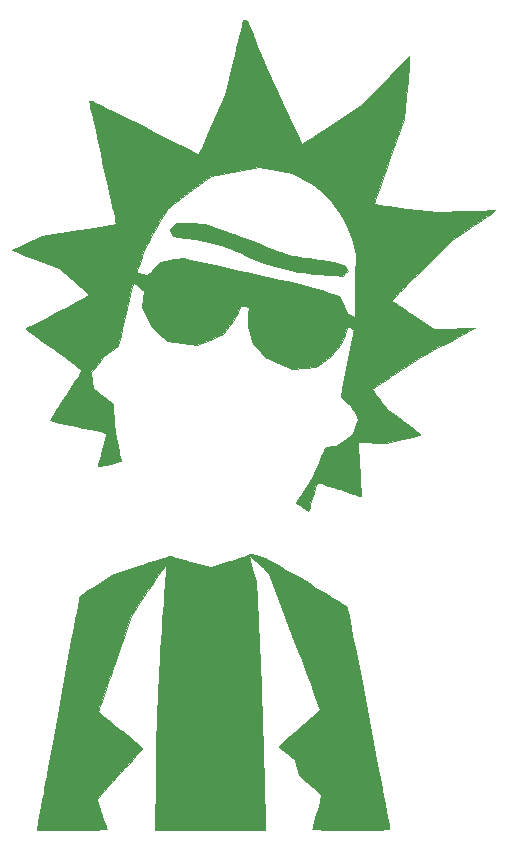
<source format=gbr>
G04 #@! TF.GenerationSoftware,KiCad,Pcbnew,(5.1.2-1)-1*
G04 #@! TF.CreationDate,2020-05-31T10:51:49-05:00*
G04 #@! TF.ProjectId,therick48_bottom_plate,74686572-6963-46b3-9438-5f626f74746f,rev?*
G04 #@! TF.SameCoordinates,Original*
G04 #@! TF.FileFunction,Legend,Bot*
G04 #@! TF.FilePolarity,Positive*
%FSLAX46Y46*%
G04 Gerber Fmt 4.6, Leading zero omitted, Abs format (unit mm)*
G04 Created by KiCad (PCBNEW (5.1.2-1)-1) date 2020-05-31 10:51:49*
%MOMM*%
%LPD*%
G04 APERTURE LIST*
%ADD10C,0.010000*%
G04 APERTURE END LIST*
D10*
G36*
X230590902Y-59767999D02*
G01*
X230312778Y-60040957D01*
X230426787Y-60331200D01*
X230476739Y-60451213D01*
X230531360Y-60542017D01*
X230609011Y-60610158D01*
X230728048Y-60662180D01*
X230906831Y-60704631D01*
X231163717Y-60744054D01*
X231517065Y-60786997D01*
X231792899Y-60818289D01*
X232490353Y-60916504D01*
X233217939Y-61054476D01*
X233950465Y-61225133D01*
X234662737Y-61421404D01*
X235329562Y-61636217D01*
X235925749Y-61862500D01*
X236426104Y-62093183D01*
X236526750Y-62147097D01*
X237203908Y-62480250D01*
X237997630Y-62796028D01*
X238898275Y-63091225D01*
X239896198Y-63362636D01*
X240813000Y-63572088D01*
X241184550Y-63644150D01*
X241574258Y-63706525D01*
X242001074Y-63761192D01*
X242483949Y-63810131D01*
X243041831Y-63855320D01*
X243693671Y-63898737D01*
X244250141Y-63931026D01*
X244956782Y-63970076D01*
X245182799Y-63771631D01*
X245408816Y-63573185D01*
X245276501Y-63348929D01*
X245215096Y-63250169D01*
X245150937Y-63174301D01*
X245063436Y-63111828D01*
X244932008Y-63053252D01*
X244736064Y-62989077D01*
X244455018Y-62909806D01*
X244142357Y-62825738D01*
X243665137Y-62715588D01*
X243104647Y-62619264D01*
X242442624Y-62533800D01*
X242157155Y-62503198D01*
X241676792Y-62451503D01*
X241290924Y-62402362D01*
X240967331Y-62349852D01*
X240673790Y-62288052D01*
X240378080Y-62211042D01*
X240069588Y-62119566D01*
X239695451Y-61997460D01*
X239300895Y-61857269D01*
X238934610Y-61716900D01*
X238661933Y-61601856D01*
X238471147Y-61520412D01*
X238178186Y-61401950D01*
X237800149Y-61253082D01*
X237354131Y-61080421D01*
X236857230Y-60890579D01*
X236326543Y-60690167D01*
X235779166Y-60485797D01*
X235705058Y-60458315D01*
X233327616Y-59577382D01*
X232098321Y-59536212D01*
X230869025Y-59495042D01*
X230590902Y-59767999D01*
X230590902Y-59767999D01*
G37*
X230590902Y-59767999D02*
X230312778Y-60040957D01*
X230426787Y-60331200D01*
X230476739Y-60451213D01*
X230531360Y-60542017D01*
X230609011Y-60610158D01*
X230728048Y-60662180D01*
X230906831Y-60704631D01*
X231163717Y-60744054D01*
X231517065Y-60786997D01*
X231792899Y-60818289D01*
X232490353Y-60916504D01*
X233217939Y-61054476D01*
X233950465Y-61225133D01*
X234662737Y-61421404D01*
X235329562Y-61636217D01*
X235925749Y-61862500D01*
X236426104Y-62093183D01*
X236526750Y-62147097D01*
X237203908Y-62480250D01*
X237997630Y-62796028D01*
X238898275Y-63091225D01*
X239896198Y-63362636D01*
X240813000Y-63572088D01*
X241184550Y-63644150D01*
X241574258Y-63706525D01*
X242001074Y-63761192D01*
X242483949Y-63810131D01*
X243041831Y-63855320D01*
X243693671Y-63898737D01*
X244250141Y-63931026D01*
X244956782Y-63970076D01*
X245182799Y-63771631D01*
X245408816Y-63573185D01*
X245276501Y-63348929D01*
X245215096Y-63250169D01*
X245150937Y-63174301D01*
X245063436Y-63111828D01*
X244932008Y-63053252D01*
X244736064Y-62989077D01*
X244455018Y-62909806D01*
X244142357Y-62825738D01*
X243665137Y-62715588D01*
X243104647Y-62619264D01*
X242442624Y-62533800D01*
X242157155Y-62503198D01*
X241676792Y-62451503D01*
X241290924Y-62402362D01*
X240967331Y-62349852D01*
X240673790Y-62288052D01*
X240378080Y-62211042D01*
X240069588Y-62119566D01*
X239695451Y-61997460D01*
X239300895Y-61857269D01*
X238934610Y-61716900D01*
X238661933Y-61601856D01*
X238471147Y-61520412D01*
X238178186Y-61401950D01*
X237800149Y-61253082D01*
X237354131Y-61080421D01*
X236857230Y-60890579D01*
X236326543Y-60690167D01*
X235779166Y-60485797D01*
X235705058Y-60458315D01*
X233327616Y-59577382D01*
X232098321Y-59536212D01*
X230869025Y-59495042D01*
X230590902Y-59767999D01*
G36*
X236562403Y-42319071D02*
G01*
X236526750Y-42340967D01*
X236512217Y-42407509D01*
X236470495Y-42585700D01*
X236404407Y-42863784D01*
X236316774Y-43230008D01*
X236210416Y-43672617D01*
X236088154Y-44179855D01*
X235952809Y-44739967D01*
X235807202Y-45341200D01*
X235765897Y-45511522D01*
X235005043Y-48647983D01*
X233908522Y-51160383D01*
X233641668Y-51767344D01*
X233401580Y-52304449D01*
X233191888Y-52763983D01*
X233016221Y-53138228D01*
X232878209Y-53419468D01*
X232781483Y-53599989D01*
X232729672Y-53672074D01*
X232726415Y-53673078D01*
X232657708Y-53645112D01*
X232484361Y-53563967D01*
X232214997Y-53433921D01*
X231858237Y-53259248D01*
X231422704Y-53044224D01*
X230917020Y-52793124D01*
X230349806Y-52510223D01*
X229729685Y-52199796D01*
X229065279Y-51866119D01*
X228365210Y-51513468D01*
X228040563Y-51349582D01*
X227201346Y-50926002D01*
X226468426Y-50556936D01*
X225834994Y-50239139D01*
X225294240Y-49969369D01*
X224839355Y-49744381D01*
X224463529Y-49560930D01*
X224159954Y-49415774D01*
X223921820Y-49305667D01*
X223742318Y-49227367D01*
X223614639Y-49177628D01*
X223531973Y-49153207D01*
X223487510Y-49150860D01*
X223474443Y-49167343D01*
X223475439Y-49174707D01*
X223521777Y-49375365D01*
X223589659Y-49675388D01*
X223676674Y-50063775D01*
X223780412Y-50529523D01*
X223898461Y-51061630D01*
X224028410Y-51649094D01*
X224167847Y-52280913D01*
X224314361Y-52946085D01*
X224465541Y-53633607D01*
X224618975Y-54332478D01*
X224772253Y-55031696D01*
X224922964Y-55720258D01*
X225068695Y-56387163D01*
X225207035Y-57021408D01*
X225335575Y-57611991D01*
X225451901Y-58147910D01*
X225553603Y-58618163D01*
X225638270Y-59011748D01*
X225703490Y-59317662D01*
X225746852Y-59524904D01*
X225765945Y-59622472D01*
X225766574Y-59628717D01*
X225701916Y-59642416D01*
X225523876Y-59674248D01*
X225244468Y-59722206D01*
X224875703Y-59784283D01*
X224429593Y-59858473D01*
X223918150Y-59942770D01*
X223353387Y-60035166D01*
X222747315Y-60133655D01*
X222633569Y-60152069D01*
X219520220Y-60655764D01*
X218244485Y-61211343D01*
X217872830Y-61374645D01*
X217543826Y-61521975D01*
X217274173Y-61645626D01*
X217080568Y-61737892D01*
X216979712Y-61791064D01*
X216969017Y-61800024D01*
X217026225Y-61829599D01*
X217188505Y-61898359D01*
X217442041Y-62000831D01*
X217773014Y-62131541D01*
X218167607Y-62285018D01*
X218612003Y-62455789D01*
X218942093Y-62581467D01*
X220914902Y-63329810D01*
X222212076Y-64444389D01*
X222554858Y-64740467D01*
X222863662Y-65010164D01*
X223125995Y-65242328D01*
X223329364Y-65425807D01*
X223461274Y-65549448D01*
X223509233Y-65602100D01*
X223509250Y-65602338D01*
X223455161Y-65642126D01*
X223302211Y-65732770D01*
X223064377Y-65866849D01*
X222755636Y-66036939D01*
X222389966Y-66235616D01*
X221981343Y-66455458D01*
X221543743Y-66689040D01*
X221091145Y-66928941D01*
X220637525Y-67167735D01*
X220196861Y-67398001D01*
X219783128Y-67612315D01*
X219410304Y-67803253D01*
X219092367Y-67963392D01*
X218843292Y-68085309D01*
X218762625Y-68123309D01*
X218503497Y-68247193D01*
X218293308Y-68355217D01*
X218155226Y-68434962D01*
X218111750Y-68472149D01*
X218161836Y-68517613D01*
X218305276Y-68629059D01*
X218531844Y-68798982D01*
X218831316Y-69019879D01*
X219193465Y-69284243D01*
X219608067Y-69584572D01*
X220064896Y-69913360D01*
X220493000Y-70219765D01*
X220978686Y-70567950D01*
X221431074Y-70895064D01*
X221839927Y-71193502D01*
X222195008Y-71455659D01*
X222486081Y-71673933D01*
X222702910Y-71840719D01*
X222835256Y-71948414D01*
X222873710Y-71988196D01*
X222839786Y-72054786D01*
X222743294Y-72215404D01*
X222591783Y-72458191D01*
X222392802Y-72771284D01*
X222153902Y-73142825D01*
X221882630Y-73560951D01*
X221586538Y-74013803D01*
X221516541Y-74120375D01*
X221217012Y-74577338D01*
X220941403Y-75000337D01*
X220697102Y-75377844D01*
X220491494Y-75698329D01*
X220331967Y-75950265D01*
X220225907Y-76122123D01*
X220180700Y-76202376D01*
X220179741Y-76206743D01*
X220244030Y-76225206D01*
X220418691Y-76268074D01*
X220690121Y-76332195D01*
X221044717Y-76414419D01*
X221468876Y-76511595D01*
X221948996Y-76620573D01*
X222471474Y-76738202D01*
X222558928Y-76757802D01*
X223087090Y-76876537D01*
X223575197Y-76987113D01*
X224009628Y-77086379D01*
X224376762Y-77171188D01*
X224662977Y-77238387D01*
X224854652Y-77284828D01*
X224938165Y-77307361D01*
X224940584Y-77308541D01*
X224931237Y-77373523D01*
X224892802Y-77543454D01*
X224829646Y-77800770D01*
X224746134Y-78127905D01*
X224646631Y-78507294D01*
X224588750Y-78724125D01*
X224482170Y-79123490D01*
X224388494Y-79479219D01*
X224312205Y-79773902D01*
X224257783Y-79990131D01*
X224229708Y-80110496D01*
X224227059Y-80129487D01*
X224290135Y-80120685D01*
X224450742Y-80087192D01*
X224683207Y-80035123D01*
X224961853Y-79970596D01*
X225261006Y-79899728D01*
X225554992Y-79828636D01*
X225818135Y-79763437D01*
X226024761Y-79710248D01*
X226149196Y-79675186D01*
X226173382Y-79665773D01*
X226172589Y-79595674D01*
X226132646Y-79457910D01*
X226124545Y-79436076D01*
X226092192Y-79316731D01*
X226043533Y-79092388D01*
X225982512Y-78783423D01*
X225913074Y-78410214D01*
X225839163Y-77993136D01*
X225794038Y-77728691D01*
X225699126Y-77143683D01*
X225629002Y-76660271D01*
X225581097Y-76256032D01*
X225552844Y-75908543D01*
X225541675Y-75595381D01*
X225541250Y-75521248D01*
X225541250Y-74817237D01*
X224684000Y-74181571D01*
X224400844Y-73970521D01*
X224157127Y-73786801D01*
X223969569Y-73643180D01*
X223854886Y-73552430D01*
X223826750Y-73526693D01*
X223818473Y-73459923D01*
X223796059Y-73293971D01*
X223763135Y-73055405D01*
X223731288Y-72827425D01*
X223635825Y-72147369D01*
X224212800Y-71418668D01*
X224457579Y-71115078D01*
X224653769Y-70889469D01*
X224827480Y-70717114D01*
X225004823Y-70573285D01*
X225211908Y-70433254D01*
X225332350Y-70358409D01*
X225569486Y-70204381D01*
X225766170Y-70059661D01*
X225895590Y-69944877D01*
X225929894Y-69898738D01*
X225959669Y-69801366D01*
X226012547Y-69599769D01*
X226083682Y-69313611D01*
X226168228Y-68962552D01*
X226261337Y-68566255D01*
X226305836Y-68373625D01*
X226448539Y-67757506D01*
X226588907Y-67160827D01*
X226723799Y-66596235D01*
X226850075Y-66076379D01*
X226964594Y-65613908D01*
X227064216Y-65221471D01*
X227145800Y-64911715D01*
X227206204Y-64697289D01*
X227242289Y-64590842D01*
X227247178Y-64582545D01*
X227309092Y-64601667D01*
X227439679Y-64690899D01*
X227615194Y-64833244D01*
X227693726Y-64902202D01*
X228099693Y-65266438D01*
X228041658Y-65949528D01*
X227983624Y-66632619D01*
X228360845Y-67456942D01*
X228738066Y-68281266D01*
X230081500Y-69528776D01*
X231370744Y-69684425D01*
X232659987Y-69840074D01*
X233734687Y-69392599D01*
X234809386Y-68945125D01*
X235344229Y-68249833D01*
X235675988Y-67792010D01*
X235922025Y-67389474D01*
X236086837Y-67043333D01*
X236182105Y-66810999D01*
X236258653Y-66628193D01*
X236304533Y-66523285D01*
X236311673Y-66509419D01*
X236377122Y-66511096D01*
X236527055Y-66539692D01*
X236655880Y-66570557D01*
X236983016Y-66654399D01*
X236935232Y-67291762D01*
X236913221Y-67581561D01*
X236900385Y-67796309D01*
X236900524Y-67967649D01*
X236917443Y-68127225D01*
X236954942Y-68306680D01*
X237016824Y-68537656D01*
X237106891Y-68851797D01*
X237134034Y-68946259D01*
X237370431Y-69770625D01*
X237866359Y-70313248D01*
X238362286Y-70855871D01*
X239492393Y-71366307D01*
X240622500Y-71876744D01*
X241638500Y-71805023D01*
X242654500Y-71733303D01*
X243321250Y-71274340D01*
X243628882Y-71056049D01*
X243863988Y-70868055D01*
X244062929Y-70675473D01*
X244262068Y-70443423D01*
X244474568Y-70167938D01*
X244706893Y-69848021D01*
X244876852Y-69582419D01*
X245006751Y-69330788D01*
X245118896Y-69052788D01*
X245167139Y-68915312D01*
X245255426Y-68658797D01*
X245328645Y-68451379D01*
X245377265Y-68319761D01*
X245391323Y-68287289D01*
X245454042Y-68297497D01*
X245591206Y-68349826D01*
X245664722Y-68382539D01*
X245838251Y-68486459D01*
X245897054Y-68581672D01*
X245895101Y-68595875D01*
X245860245Y-68745135D01*
X245805841Y-68997227D01*
X245736295Y-69330260D01*
X245656011Y-69722345D01*
X245569396Y-70151592D01*
X245480854Y-70596111D01*
X245394792Y-71034014D01*
X245315615Y-71443410D01*
X245247728Y-71802410D01*
X245225241Y-71924161D01*
X245148932Y-72335894D01*
X245069070Y-72758197D01*
X244993078Y-73152371D01*
X244928379Y-73479715D01*
X244902444Y-73606911D01*
X244776298Y-74215625D01*
X245311012Y-74723625D01*
X245556517Y-74963166D01*
X245729689Y-75153229D01*
X245854772Y-75326808D01*
X245956013Y-75516893D01*
X246042750Y-75719350D01*
X246239773Y-76207075D01*
X246027314Y-76798850D01*
X245814854Y-77390625D01*
X245147202Y-77878306D01*
X244868844Y-78079448D01*
X244662605Y-78218570D01*
X244498951Y-78309786D01*
X244348349Y-78367207D01*
X244181264Y-78404945D01*
X243981641Y-78435241D01*
X243742516Y-78473340D01*
X243555028Y-78512252D01*
X243452468Y-78544818D01*
X243444261Y-78550809D01*
X243407724Y-78626088D01*
X243338886Y-78794723D01*
X243248150Y-79030463D01*
X243161625Y-79263875D01*
X242947555Y-79804560D01*
X242689657Y-80381210D01*
X242403229Y-80964406D01*
X242103571Y-81524728D01*
X241805981Y-82032759D01*
X241525761Y-82459079D01*
X241436487Y-82581078D01*
X241257163Y-82821179D01*
X241112259Y-83021556D01*
X241015661Y-83162530D01*
X240981257Y-83224423D01*
X240981744Y-83225486D01*
X241041472Y-83263559D01*
X241184441Y-83353605D01*
X241386219Y-83480255D01*
X241526206Y-83567957D01*
X242048911Y-83895220D01*
X242154533Y-83532172D01*
X242213061Y-83329679D01*
X242295596Y-83042393D01*
X242391422Y-82707684D01*
X242489825Y-82362920D01*
X242495323Y-82343625D01*
X242607835Y-81971448D01*
X242703589Y-81701735D01*
X242779496Y-81542456D01*
X242822000Y-81500168D01*
X242903438Y-81515318D01*
X243089129Y-81566911D01*
X243363259Y-81650007D01*
X243710012Y-81759670D01*
X244113573Y-81890961D01*
X244558126Y-82038943D01*
X244688367Y-82082890D01*
X245137430Y-82234055D01*
X245545982Y-82370019D01*
X245899010Y-82485911D01*
X246181503Y-82576860D01*
X246378449Y-82637996D01*
X246474835Y-82664446D01*
X246481936Y-82664856D01*
X246483199Y-82599617D01*
X246477964Y-82425436D01*
X246467160Y-82160153D01*
X246451713Y-81821608D01*
X246432552Y-81427642D01*
X246410603Y-80996095D01*
X246386795Y-80544807D01*
X246362056Y-80091620D01*
X246337312Y-79654372D01*
X246313491Y-79250905D01*
X246291522Y-78899059D01*
X246272331Y-78616674D01*
X246269316Y-78575573D01*
X246229904Y-78046021D01*
X248623500Y-78133707D01*
X250052250Y-77801949D01*
X250461745Y-77705404D01*
X250829907Y-77615822D01*
X251138634Y-77537837D01*
X251369821Y-77476079D01*
X251505363Y-77435183D01*
X251532716Y-77423142D01*
X251499627Y-77373576D01*
X251377354Y-77262454D01*
X251180410Y-77101543D01*
X250923306Y-76902612D01*
X250620553Y-76677429D01*
X250548466Y-76624957D01*
X250049457Y-76262905D01*
X249640675Y-75964505D01*
X249309606Y-75718752D01*
X249043739Y-75514642D01*
X248830560Y-75341171D01*
X248657556Y-75187334D01*
X248512214Y-75042126D01*
X248382021Y-74894544D01*
X248254465Y-74733583D01*
X248117032Y-74548238D01*
X247994156Y-74378595D01*
X247801030Y-74105819D01*
X247639954Y-73867548D01*
X247523491Y-73683235D01*
X247464205Y-73572331D01*
X247459669Y-73551087D01*
X247515891Y-73505879D01*
X247668717Y-73399731D01*
X247907456Y-73239654D01*
X248221418Y-73032660D01*
X248599914Y-72785760D01*
X249032254Y-72505965D01*
X249507749Y-72200286D01*
X249957000Y-71913145D01*
X250617925Y-71493567D01*
X251192756Y-71133040D01*
X251701059Y-70820148D01*
X252162397Y-70543477D01*
X252596337Y-70291610D01*
X253022442Y-70053133D01*
X253460276Y-69816631D01*
X253929405Y-69570687D01*
X254286683Y-69386902D01*
X254730755Y-69158902D01*
X255135386Y-68949351D01*
X255487524Y-68765150D01*
X255774118Y-68613200D01*
X255982117Y-68500401D01*
X256098471Y-68433654D01*
X256118747Y-68418204D01*
X256052300Y-68415090D01*
X255875557Y-68416984D01*
X255605101Y-68423426D01*
X255257518Y-68433959D01*
X254849393Y-68448126D01*
X254397311Y-68465470D01*
X254378600Y-68466221D01*
X252659572Y-68535357D01*
X250879661Y-67315920D01*
X250459200Y-67026705D01*
X250074150Y-66759632D01*
X249736587Y-66523246D01*
X249458584Y-66326098D01*
X249252216Y-66176733D01*
X249129558Y-66083701D01*
X249099750Y-66055883D01*
X249143571Y-66004928D01*
X249269675Y-65872791D01*
X249470026Y-65667574D01*
X249736587Y-65397375D01*
X250061322Y-65070295D01*
X250436193Y-64694435D01*
X250853165Y-64277895D01*
X251304200Y-63828775D01*
X251655686Y-63479703D01*
X252995434Y-62150625D01*
X246068722Y-62150625D01*
X246015422Y-64182625D01*
X246002269Y-64714821D01*
X245990819Y-65238271D01*
X245981449Y-65730824D01*
X245974532Y-66170325D01*
X245970444Y-66534624D01*
X245969558Y-66801567D01*
X245970045Y-66865500D01*
X245971030Y-67135640D01*
X245967434Y-67351019D01*
X245959967Y-67485091D01*
X245952592Y-67516375D01*
X245890112Y-67484848D01*
X245752488Y-67402681D01*
X245591586Y-67301674D01*
X245444298Y-67202099D01*
X245332768Y-67105024D01*
X245238256Y-66983970D01*
X245142021Y-66812460D01*
X245025326Y-66564014D01*
X244950308Y-66395560D01*
X244644661Y-65704147D01*
X243776581Y-65406195D01*
X243174167Y-65212597D01*
X242454074Y-65004431D01*
X241624529Y-64783745D01*
X240693760Y-64552587D01*
X239669997Y-64313006D01*
X238561466Y-64067051D01*
X237473523Y-63836841D01*
X236841191Y-63704086D01*
X236167807Y-63559448D01*
X235482502Y-63409404D01*
X234814407Y-63260431D01*
X234192654Y-63119005D01*
X233646374Y-62991603D01*
X233331208Y-62915877D01*
X232872689Y-62806097D01*
X232443650Y-62707533D01*
X232062757Y-62624146D01*
X231748675Y-62559900D01*
X231520068Y-62518757D01*
X231395602Y-62504680D01*
X231394458Y-62504699D01*
X231243657Y-62516839D01*
X231000003Y-62546519D01*
X230695746Y-62589430D01*
X230363141Y-62641266D01*
X230324720Y-62647574D01*
X229488440Y-62785625D01*
X228999217Y-63341250D01*
X228798299Y-63560543D01*
X228619866Y-63739022D01*
X228484164Y-63857461D01*
X228414069Y-63896875D01*
X228279021Y-63885135D01*
X228088043Y-63855080D01*
X227878441Y-63814455D01*
X227687518Y-63771006D01*
X227552579Y-63732478D01*
X227509750Y-63709110D01*
X227528957Y-63638955D01*
X227582167Y-63468980D01*
X227662766Y-63219693D01*
X227764140Y-62911605D01*
X227852933Y-62645003D01*
X227963912Y-62320497D01*
X228067768Y-62037520D01*
X228175008Y-61773875D01*
X228296140Y-61507365D01*
X228441673Y-61215794D01*
X228622115Y-60876965D01*
X228847973Y-60468680D01*
X229069389Y-60075417D01*
X229302732Y-59664136D01*
X229521129Y-59281764D01*
X229715236Y-58944461D01*
X229875710Y-58668385D01*
X229993207Y-58469694D01*
X230058382Y-58364547D01*
X230060483Y-58361482D01*
X230138559Y-58285191D01*
X230307279Y-58144931D01*
X230553899Y-57950483D01*
X230865674Y-57711634D01*
X231229860Y-57438167D01*
X231633712Y-57139866D01*
X231985457Y-56883644D01*
X233792611Y-55575450D01*
X237857707Y-54812624D01*
X239271854Y-55063985D01*
X240686000Y-55315345D01*
X241580454Y-55780235D01*
X242118897Y-56081270D01*
X242600616Y-56400491D01*
X243051937Y-56759546D01*
X243499185Y-57180079D01*
X243968688Y-57683737D01*
X244153859Y-57896125D01*
X244666610Y-58557436D01*
X245089834Y-59250467D01*
X245436826Y-60001328D01*
X245720881Y-60836126D01*
X245803113Y-61134625D01*
X246068722Y-62150625D01*
X252995434Y-62150625D01*
X254211621Y-60944125D01*
X256037985Y-59711966D01*
X256463788Y-59423547D01*
X256852992Y-59157698D01*
X257193808Y-58922646D01*
X257474444Y-58726617D01*
X257683110Y-58577837D01*
X257808017Y-58484532D01*
X257839549Y-58455006D01*
X257772733Y-58451965D01*
X257592925Y-58453942D01*
X257314017Y-58460522D01*
X256949902Y-58471286D01*
X256514470Y-58485820D01*
X256021614Y-58503705D01*
X255485226Y-58524526D01*
X255378124Y-58528836D01*
X252941500Y-58627468D01*
X250496750Y-58310394D01*
X249822974Y-58223002D01*
X249264347Y-58150281D01*
X248810086Y-58090458D01*
X248449411Y-58041761D01*
X248171539Y-58002414D01*
X247965688Y-57970647D01*
X247821077Y-57944684D01*
X247726924Y-57922753D01*
X247672446Y-57903080D01*
X247646863Y-57883893D01*
X247639391Y-57863417D01*
X247639250Y-57840419D01*
X247660218Y-57767370D01*
X247720610Y-57585605D01*
X247816658Y-57305841D01*
X247944594Y-56938791D01*
X248100649Y-56495170D01*
X248281057Y-55985693D01*
X248482049Y-55421075D01*
X248699856Y-54812031D01*
X248910805Y-54224593D01*
X250182359Y-50690468D01*
X250404823Y-48045606D01*
X250451931Y-47480443D01*
X250494811Y-46956086D01*
X250532447Y-46485704D01*
X250563823Y-46082470D01*
X250587924Y-45759554D01*
X250603733Y-45530128D01*
X250610235Y-45407364D01*
X250609643Y-45390069D01*
X250563232Y-45431919D01*
X250437503Y-45555941D01*
X250241429Y-45753019D01*
X249983982Y-46014037D01*
X249674135Y-46329875D01*
X249320861Y-46691419D01*
X248933132Y-47089549D01*
X248630261Y-47401375D01*
X246668522Y-49423355D01*
X244155643Y-51113404D01*
X243648630Y-51453547D01*
X243171808Y-51771797D01*
X242735899Y-52061115D01*
X242351624Y-52314461D01*
X242029705Y-52524794D01*
X241780864Y-52685074D01*
X241615824Y-52788263D01*
X241545383Y-52827300D01*
X241511053Y-52803800D01*
X241451628Y-52718004D01*
X241364086Y-52563715D01*
X241245404Y-52334731D01*
X241092561Y-52024853D01*
X240902536Y-51627882D01*
X240672306Y-51137618D01*
X240398851Y-50547862D01*
X240079148Y-49852413D01*
X239830784Y-49309386D01*
X239475002Y-48530106D01*
X239166965Y-47854846D01*
X238901651Y-47272109D01*
X238674039Y-46770396D01*
X238479106Y-46338209D01*
X238311832Y-45964049D01*
X238167193Y-45636419D01*
X238040168Y-45343819D01*
X237925735Y-45074753D01*
X237818873Y-44817720D01*
X237714559Y-44561224D01*
X237607772Y-44293765D01*
X237493490Y-44003846D01*
X237366691Y-43679968D01*
X237320198Y-43560999D01*
X237155780Y-43142955D01*
X237028725Y-42829030D01*
X236931517Y-42604541D01*
X236856641Y-42454800D01*
X236796583Y-42365122D01*
X236743828Y-42320820D01*
X236690860Y-42307209D01*
X236678453Y-42306875D01*
X236562403Y-42319071D01*
X236562403Y-42319071D01*
G37*
X236562403Y-42319071D02*
X236526750Y-42340967D01*
X236512217Y-42407509D01*
X236470495Y-42585700D01*
X236404407Y-42863784D01*
X236316774Y-43230008D01*
X236210416Y-43672617D01*
X236088154Y-44179855D01*
X235952809Y-44739967D01*
X235807202Y-45341200D01*
X235765897Y-45511522D01*
X235005043Y-48647983D01*
X233908522Y-51160383D01*
X233641668Y-51767344D01*
X233401580Y-52304449D01*
X233191888Y-52763983D01*
X233016221Y-53138228D01*
X232878209Y-53419468D01*
X232781483Y-53599989D01*
X232729672Y-53672074D01*
X232726415Y-53673078D01*
X232657708Y-53645112D01*
X232484361Y-53563967D01*
X232214997Y-53433921D01*
X231858237Y-53259248D01*
X231422704Y-53044224D01*
X230917020Y-52793124D01*
X230349806Y-52510223D01*
X229729685Y-52199796D01*
X229065279Y-51866119D01*
X228365210Y-51513468D01*
X228040563Y-51349582D01*
X227201346Y-50926002D01*
X226468426Y-50556936D01*
X225834994Y-50239139D01*
X225294240Y-49969369D01*
X224839355Y-49744381D01*
X224463529Y-49560930D01*
X224159954Y-49415774D01*
X223921820Y-49305667D01*
X223742318Y-49227367D01*
X223614639Y-49177628D01*
X223531973Y-49153207D01*
X223487510Y-49150860D01*
X223474443Y-49167343D01*
X223475439Y-49174707D01*
X223521777Y-49375365D01*
X223589659Y-49675388D01*
X223676674Y-50063775D01*
X223780412Y-50529523D01*
X223898461Y-51061630D01*
X224028410Y-51649094D01*
X224167847Y-52280913D01*
X224314361Y-52946085D01*
X224465541Y-53633607D01*
X224618975Y-54332478D01*
X224772253Y-55031696D01*
X224922964Y-55720258D01*
X225068695Y-56387163D01*
X225207035Y-57021408D01*
X225335575Y-57611991D01*
X225451901Y-58147910D01*
X225553603Y-58618163D01*
X225638270Y-59011748D01*
X225703490Y-59317662D01*
X225746852Y-59524904D01*
X225765945Y-59622472D01*
X225766574Y-59628717D01*
X225701916Y-59642416D01*
X225523876Y-59674248D01*
X225244468Y-59722206D01*
X224875703Y-59784283D01*
X224429593Y-59858473D01*
X223918150Y-59942770D01*
X223353387Y-60035166D01*
X222747315Y-60133655D01*
X222633569Y-60152069D01*
X219520220Y-60655764D01*
X218244485Y-61211343D01*
X217872830Y-61374645D01*
X217543826Y-61521975D01*
X217274173Y-61645626D01*
X217080568Y-61737892D01*
X216979712Y-61791064D01*
X216969017Y-61800024D01*
X217026225Y-61829599D01*
X217188505Y-61898359D01*
X217442041Y-62000831D01*
X217773014Y-62131541D01*
X218167607Y-62285018D01*
X218612003Y-62455789D01*
X218942093Y-62581467D01*
X220914902Y-63329810D01*
X222212076Y-64444389D01*
X222554858Y-64740467D01*
X222863662Y-65010164D01*
X223125995Y-65242328D01*
X223329364Y-65425807D01*
X223461274Y-65549448D01*
X223509233Y-65602100D01*
X223509250Y-65602338D01*
X223455161Y-65642126D01*
X223302211Y-65732770D01*
X223064377Y-65866849D01*
X222755636Y-66036939D01*
X222389966Y-66235616D01*
X221981343Y-66455458D01*
X221543743Y-66689040D01*
X221091145Y-66928941D01*
X220637525Y-67167735D01*
X220196861Y-67398001D01*
X219783128Y-67612315D01*
X219410304Y-67803253D01*
X219092367Y-67963392D01*
X218843292Y-68085309D01*
X218762625Y-68123309D01*
X218503497Y-68247193D01*
X218293308Y-68355217D01*
X218155226Y-68434962D01*
X218111750Y-68472149D01*
X218161836Y-68517613D01*
X218305276Y-68629059D01*
X218531844Y-68798982D01*
X218831316Y-69019879D01*
X219193465Y-69284243D01*
X219608067Y-69584572D01*
X220064896Y-69913360D01*
X220493000Y-70219765D01*
X220978686Y-70567950D01*
X221431074Y-70895064D01*
X221839927Y-71193502D01*
X222195008Y-71455659D01*
X222486081Y-71673933D01*
X222702910Y-71840719D01*
X222835256Y-71948414D01*
X222873710Y-71988196D01*
X222839786Y-72054786D01*
X222743294Y-72215404D01*
X222591783Y-72458191D01*
X222392802Y-72771284D01*
X222153902Y-73142825D01*
X221882630Y-73560951D01*
X221586538Y-74013803D01*
X221516541Y-74120375D01*
X221217012Y-74577338D01*
X220941403Y-75000337D01*
X220697102Y-75377844D01*
X220491494Y-75698329D01*
X220331967Y-75950265D01*
X220225907Y-76122123D01*
X220180700Y-76202376D01*
X220179741Y-76206743D01*
X220244030Y-76225206D01*
X220418691Y-76268074D01*
X220690121Y-76332195D01*
X221044717Y-76414419D01*
X221468876Y-76511595D01*
X221948996Y-76620573D01*
X222471474Y-76738202D01*
X222558928Y-76757802D01*
X223087090Y-76876537D01*
X223575197Y-76987113D01*
X224009628Y-77086379D01*
X224376762Y-77171188D01*
X224662977Y-77238387D01*
X224854652Y-77284828D01*
X224938165Y-77307361D01*
X224940584Y-77308541D01*
X224931237Y-77373523D01*
X224892802Y-77543454D01*
X224829646Y-77800770D01*
X224746134Y-78127905D01*
X224646631Y-78507294D01*
X224588750Y-78724125D01*
X224482170Y-79123490D01*
X224388494Y-79479219D01*
X224312205Y-79773902D01*
X224257783Y-79990131D01*
X224229708Y-80110496D01*
X224227059Y-80129487D01*
X224290135Y-80120685D01*
X224450742Y-80087192D01*
X224683207Y-80035123D01*
X224961853Y-79970596D01*
X225261006Y-79899728D01*
X225554992Y-79828636D01*
X225818135Y-79763437D01*
X226024761Y-79710248D01*
X226149196Y-79675186D01*
X226173382Y-79665773D01*
X226172589Y-79595674D01*
X226132646Y-79457910D01*
X226124545Y-79436076D01*
X226092192Y-79316731D01*
X226043533Y-79092388D01*
X225982512Y-78783423D01*
X225913074Y-78410214D01*
X225839163Y-77993136D01*
X225794038Y-77728691D01*
X225699126Y-77143683D01*
X225629002Y-76660271D01*
X225581097Y-76256032D01*
X225552844Y-75908543D01*
X225541675Y-75595381D01*
X225541250Y-75521248D01*
X225541250Y-74817237D01*
X224684000Y-74181571D01*
X224400844Y-73970521D01*
X224157127Y-73786801D01*
X223969569Y-73643180D01*
X223854886Y-73552430D01*
X223826750Y-73526693D01*
X223818473Y-73459923D01*
X223796059Y-73293971D01*
X223763135Y-73055405D01*
X223731288Y-72827425D01*
X223635825Y-72147369D01*
X224212800Y-71418668D01*
X224457579Y-71115078D01*
X224653769Y-70889469D01*
X224827480Y-70717114D01*
X225004823Y-70573285D01*
X225211908Y-70433254D01*
X225332350Y-70358409D01*
X225569486Y-70204381D01*
X225766170Y-70059661D01*
X225895590Y-69944877D01*
X225929894Y-69898738D01*
X225959669Y-69801366D01*
X226012547Y-69599769D01*
X226083682Y-69313611D01*
X226168228Y-68962552D01*
X226261337Y-68566255D01*
X226305836Y-68373625D01*
X226448539Y-67757506D01*
X226588907Y-67160827D01*
X226723799Y-66596235D01*
X226850075Y-66076379D01*
X226964594Y-65613908D01*
X227064216Y-65221471D01*
X227145800Y-64911715D01*
X227206204Y-64697289D01*
X227242289Y-64590842D01*
X227247178Y-64582545D01*
X227309092Y-64601667D01*
X227439679Y-64690899D01*
X227615194Y-64833244D01*
X227693726Y-64902202D01*
X228099693Y-65266438D01*
X228041658Y-65949528D01*
X227983624Y-66632619D01*
X228360845Y-67456942D01*
X228738066Y-68281266D01*
X230081500Y-69528776D01*
X231370744Y-69684425D01*
X232659987Y-69840074D01*
X233734687Y-69392599D01*
X234809386Y-68945125D01*
X235344229Y-68249833D01*
X235675988Y-67792010D01*
X235922025Y-67389474D01*
X236086837Y-67043333D01*
X236182105Y-66810999D01*
X236258653Y-66628193D01*
X236304533Y-66523285D01*
X236311673Y-66509419D01*
X236377122Y-66511096D01*
X236527055Y-66539692D01*
X236655880Y-66570557D01*
X236983016Y-66654399D01*
X236935232Y-67291762D01*
X236913221Y-67581561D01*
X236900385Y-67796309D01*
X236900524Y-67967649D01*
X236917443Y-68127225D01*
X236954942Y-68306680D01*
X237016824Y-68537656D01*
X237106891Y-68851797D01*
X237134034Y-68946259D01*
X237370431Y-69770625D01*
X237866359Y-70313248D01*
X238362286Y-70855871D01*
X239492393Y-71366307D01*
X240622500Y-71876744D01*
X241638500Y-71805023D01*
X242654500Y-71733303D01*
X243321250Y-71274340D01*
X243628882Y-71056049D01*
X243863988Y-70868055D01*
X244062929Y-70675473D01*
X244262068Y-70443423D01*
X244474568Y-70167938D01*
X244706893Y-69848021D01*
X244876852Y-69582419D01*
X245006751Y-69330788D01*
X245118896Y-69052788D01*
X245167139Y-68915312D01*
X245255426Y-68658797D01*
X245328645Y-68451379D01*
X245377265Y-68319761D01*
X245391323Y-68287289D01*
X245454042Y-68297497D01*
X245591206Y-68349826D01*
X245664722Y-68382539D01*
X245838251Y-68486459D01*
X245897054Y-68581672D01*
X245895101Y-68595875D01*
X245860245Y-68745135D01*
X245805841Y-68997227D01*
X245736295Y-69330260D01*
X245656011Y-69722345D01*
X245569396Y-70151592D01*
X245480854Y-70596111D01*
X245394792Y-71034014D01*
X245315615Y-71443410D01*
X245247728Y-71802410D01*
X245225241Y-71924161D01*
X245148932Y-72335894D01*
X245069070Y-72758197D01*
X244993078Y-73152371D01*
X244928379Y-73479715D01*
X244902444Y-73606911D01*
X244776298Y-74215625D01*
X245311012Y-74723625D01*
X245556517Y-74963166D01*
X245729689Y-75153229D01*
X245854772Y-75326808D01*
X245956013Y-75516893D01*
X246042750Y-75719350D01*
X246239773Y-76207075D01*
X246027314Y-76798850D01*
X245814854Y-77390625D01*
X245147202Y-77878306D01*
X244868844Y-78079448D01*
X244662605Y-78218570D01*
X244498951Y-78309786D01*
X244348349Y-78367207D01*
X244181264Y-78404945D01*
X243981641Y-78435241D01*
X243742516Y-78473340D01*
X243555028Y-78512252D01*
X243452468Y-78544818D01*
X243444261Y-78550809D01*
X243407724Y-78626088D01*
X243338886Y-78794723D01*
X243248150Y-79030463D01*
X243161625Y-79263875D01*
X242947555Y-79804560D01*
X242689657Y-80381210D01*
X242403229Y-80964406D01*
X242103571Y-81524728D01*
X241805981Y-82032759D01*
X241525761Y-82459079D01*
X241436487Y-82581078D01*
X241257163Y-82821179D01*
X241112259Y-83021556D01*
X241015661Y-83162530D01*
X240981257Y-83224423D01*
X240981744Y-83225486D01*
X241041472Y-83263559D01*
X241184441Y-83353605D01*
X241386219Y-83480255D01*
X241526206Y-83567957D01*
X242048911Y-83895220D01*
X242154533Y-83532172D01*
X242213061Y-83329679D01*
X242295596Y-83042393D01*
X242391422Y-82707684D01*
X242489825Y-82362920D01*
X242495323Y-82343625D01*
X242607835Y-81971448D01*
X242703589Y-81701735D01*
X242779496Y-81542456D01*
X242822000Y-81500168D01*
X242903438Y-81515318D01*
X243089129Y-81566911D01*
X243363259Y-81650007D01*
X243710012Y-81759670D01*
X244113573Y-81890961D01*
X244558126Y-82038943D01*
X244688367Y-82082890D01*
X245137430Y-82234055D01*
X245545982Y-82370019D01*
X245899010Y-82485911D01*
X246181503Y-82576860D01*
X246378449Y-82637996D01*
X246474835Y-82664446D01*
X246481936Y-82664856D01*
X246483199Y-82599617D01*
X246477964Y-82425436D01*
X246467160Y-82160153D01*
X246451713Y-81821608D01*
X246432552Y-81427642D01*
X246410603Y-80996095D01*
X246386795Y-80544807D01*
X246362056Y-80091620D01*
X246337312Y-79654372D01*
X246313491Y-79250905D01*
X246291522Y-78899059D01*
X246272331Y-78616674D01*
X246269316Y-78575573D01*
X246229904Y-78046021D01*
X248623500Y-78133707D01*
X250052250Y-77801949D01*
X250461745Y-77705404D01*
X250829907Y-77615822D01*
X251138634Y-77537837D01*
X251369821Y-77476079D01*
X251505363Y-77435183D01*
X251532716Y-77423142D01*
X251499627Y-77373576D01*
X251377354Y-77262454D01*
X251180410Y-77101543D01*
X250923306Y-76902612D01*
X250620553Y-76677429D01*
X250548466Y-76624957D01*
X250049457Y-76262905D01*
X249640675Y-75964505D01*
X249309606Y-75718752D01*
X249043739Y-75514642D01*
X248830560Y-75341171D01*
X248657556Y-75187334D01*
X248512214Y-75042126D01*
X248382021Y-74894544D01*
X248254465Y-74733583D01*
X248117032Y-74548238D01*
X247994156Y-74378595D01*
X247801030Y-74105819D01*
X247639954Y-73867548D01*
X247523491Y-73683235D01*
X247464205Y-73572331D01*
X247459669Y-73551087D01*
X247515891Y-73505879D01*
X247668717Y-73399731D01*
X247907456Y-73239654D01*
X248221418Y-73032660D01*
X248599914Y-72785760D01*
X249032254Y-72505965D01*
X249507749Y-72200286D01*
X249957000Y-71913145D01*
X250617925Y-71493567D01*
X251192756Y-71133040D01*
X251701059Y-70820148D01*
X252162397Y-70543477D01*
X252596337Y-70291610D01*
X253022442Y-70053133D01*
X253460276Y-69816631D01*
X253929405Y-69570687D01*
X254286683Y-69386902D01*
X254730755Y-69158902D01*
X255135386Y-68949351D01*
X255487524Y-68765150D01*
X255774118Y-68613200D01*
X255982117Y-68500401D01*
X256098471Y-68433654D01*
X256118747Y-68418204D01*
X256052300Y-68415090D01*
X255875557Y-68416984D01*
X255605101Y-68423426D01*
X255257518Y-68433959D01*
X254849393Y-68448126D01*
X254397311Y-68465470D01*
X254378600Y-68466221D01*
X252659572Y-68535357D01*
X250879661Y-67315920D01*
X250459200Y-67026705D01*
X250074150Y-66759632D01*
X249736587Y-66523246D01*
X249458584Y-66326098D01*
X249252216Y-66176733D01*
X249129558Y-66083701D01*
X249099750Y-66055883D01*
X249143571Y-66004928D01*
X249269675Y-65872791D01*
X249470026Y-65667574D01*
X249736587Y-65397375D01*
X250061322Y-65070295D01*
X250436193Y-64694435D01*
X250853165Y-64277895D01*
X251304200Y-63828775D01*
X251655686Y-63479703D01*
X252995434Y-62150625D01*
X246068722Y-62150625D01*
X246015422Y-64182625D01*
X246002269Y-64714821D01*
X245990819Y-65238271D01*
X245981449Y-65730824D01*
X245974532Y-66170325D01*
X245970444Y-66534624D01*
X245969558Y-66801567D01*
X245970045Y-66865500D01*
X245971030Y-67135640D01*
X245967434Y-67351019D01*
X245959967Y-67485091D01*
X245952592Y-67516375D01*
X245890112Y-67484848D01*
X245752488Y-67402681D01*
X245591586Y-67301674D01*
X245444298Y-67202099D01*
X245332768Y-67105024D01*
X245238256Y-66983970D01*
X245142021Y-66812460D01*
X245025326Y-66564014D01*
X244950308Y-66395560D01*
X244644661Y-65704147D01*
X243776581Y-65406195D01*
X243174167Y-65212597D01*
X242454074Y-65004431D01*
X241624529Y-64783745D01*
X240693760Y-64552587D01*
X239669997Y-64313006D01*
X238561466Y-64067051D01*
X237473523Y-63836841D01*
X236841191Y-63704086D01*
X236167807Y-63559448D01*
X235482502Y-63409404D01*
X234814407Y-63260431D01*
X234192654Y-63119005D01*
X233646374Y-62991603D01*
X233331208Y-62915877D01*
X232872689Y-62806097D01*
X232443650Y-62707533D01*
X232062757Y-62624146D01*
X231748675Y-62559900D01*
X231520068Y-62518757D01*
X231395602Y-62504680D01*
X231394458Y-62504699D01*
X231243657Y-62516839D01*
X231000003Y-62546519D01*
X230695746Y-62589430D01*
X230363141Y-62641266D01*
X230324720Y-62647574D01*
X229488440Y-62785625D01*
X228999217Y-63341250D01*
X228798299Y-63560543D01*
X228619866Y-63739022D01*
X228484164Y-63857461D01*
X228414069Y-63896875D01*
X228279021Y-63885135D01*
X228088043Y-63855080D01*
X227878441Y-63814455D01*
X227687518Y-63771006D01*
X227552579Y-63732478D01*
X227509750Y-63709110D01*
X227528957Y-63638955D01*
X227582167Y-63468980D01*
X227662766Y-63219693D01*
X227764140Y-62911605D01*
X227852933Y-62645003D01*
X227963912Y-62320497D01*
X228067768Y-62037520D01*
X228175008Y-61773875D01*
X228296140Y-61507365D01*
X228441673Y-61215794D01*
X228622115Y-60876965D01*
X228847973Y-60468680D01*
X229069389Y-60075417D01*
X229302732Y-59664136D01*
X229521129Y-59281764D01*
X229715236Y-58944461D01*
X229875710Y-58668385D01*
X229993207Y-58469694D01*
X230058382Y-58364547D01*
X230060483Y-58361482D01*
X230138559Y-58285191D01*
X230307279Y-58144931D01*
X230553899Y-57950483D01*
X230865674Y-57711634D01*
X231229860Y-57438167D01*
X231633712Y-57139866D01*
X231985457Y-56883644D01*
X233792611Y-55575450D01*
X237857707Y-54812624D01*
X239271854Y-55063985D01*
X240686000Y-55315345D01*
X241580454Y-55780235D01*
X242118897Y-56081270D01*
X242600616Y-56400491D01*
X243051937Y-56759546D01*
X243499185Y-57180079D01*
X243968688Y-57683737D01*
X244153859Y-57896125D01*
X244666610Y-58557436D01*
X245089834Y-59250467D01*
X245436826Y-60001328D01*
X245720881Y-60836126D01*
X245803113Y-61134625D01*
X246068722Y-62150625D01*
X252995434Y-62150625D01*
X254211621Y-60944125D01*
X256037985Y-59711966D01*
X256463788Y-59423547D01*
X256852992Y-59157698D01*
X257193808Y-58922646D01*
X257474444Y-58726617D01*
X257683110Y-58577837D01*
X257808017Y-58484532D01*
X257839549Y-58455006D01*
X257772733Y-58451965D01*
X257592925Y-58453942D01*
X257314017Y-58460522D01*
X256949902Y-58471286D01*
X256514470Y-58485820D01*
X256021614Y-58503705D01*
X255485226Y-58524526D01*
X255378124Y-58528836D01*
X252941500Y-58627468D01*
X250496750Y-58310394D01*
X249822974Y-58223002D01*
X249264347Y-58150281D01*
X248810086Y-58090458D01*
X248449411Y-58041761D01*
X248171539Y-58002414D01*
X247965688Y-57970647D01*
X247821077Y-57944684D01*
X247726924Y-57922753D01*
X247672446Y-57903080D01*
X247646863Y-57883893D01*
X247639391Y-57863417D01*
X247639250Y-57840419D01*
X247660218Y-57767370D01*
X247720610Y-57585605D01*
X247816658Y-57305841D01*
X247944594Y-56938791D01*
X248100649Y-56495170D01*
X248281057Y-55985693D01*
X248482049Y-55421075D01*
X248699856Y-54812031D01*
X248910805Y-54224593D01*
X250182359Y-50690468D01*
X250404823Y-48045606D01*
X250451931Y-47480443D01*
X250494811Y-46956086D01*
X250532447Y-46485704D01*
X250563823Y-46082470D01*
X250587924Y-45759554D01*
X250603733Y-45530128D01*
X250610235Y-45407364D01*
X250609643Y-45390069D01*
X250563232Y-45431919D01*
X250437503Y-45555941D01*
X250241429Y-45753019D01*
X249983982Y-46014037D01*
X249674135Y-46329875D01*
X249320861Y-46691419D01*
X248933132Y-47089549D01*
X248630261Y-47401375D01*
X246668522Y-49423355D01*
X244155643Y-51113404D01*
X243648630Y-51453547D01*
X243171808Y-51771797D01*
X242735899Y-52061115D01*
X242351624Y-52314461D01*
X242029705Y-52524794D01*
X241780864Y-52685074D01*
X241615824Y-52788263D01*
X241545383Y-52827300D01*
X241511053Y-52803800D01*
X241451628Y-52718004D01*
X241364086Y-52563715D01*
X241245404Y-52334731D01*
X241092561Y-52024853D01*
X240902536Y-51627882D01*
X240672306Y-51137618D01*
X240398851Y-50547862D01*
X240079148Y-49852413D01*
X239830784Y-49309386D01*
X239475002Y-48530106D01*
X239166965Y-47854846D01*
X238901651Y-47272109D01*
X238674039Y-46770396D01*
X238479106Y-46338209D01*
X238311832Y-45964049D01*
X238167193Y-45636419D01*
X238040168Y-45343819D01*
X237925735Y-45074753D01*
X237818873Y-44817720D01*
X237714559Y-44561224D01*
X237607772Y-44293765D01*
X237493490Y-44003846D01*
X237366691Y-43679968D01*
X237320198Y-43560999D01*
X237155780Y-43142955D01*
X237028725Y-42829030D01*
X236931517Y-42604541D01*
X236856641Y-42454800D01*
X236796583Y-42365122D01*
X236743828Y-42320820D01*
X236690860Y-42307209D01*
X236678453Y-42306875D01*
X236562403Y-42319071D01*
G36*
X237035475Y-87561064D02*
G01*
X237023796Y-87583489D01*
X236959872Y-87619266D01*
X236790756Y-87687017D01*
X236532537Y-87781039D01*
X236201306Y-87895634D01*
X235813154Y-88025099D01*
X235402228Y-88157984D01*
X233802200Y-88667865D01*
X232068850Y-88213164D01*
X231619485Y-88093897D01*
X231211194Y-87982876D01*
X230859865Y-87884634D01*
X230581390Y-87803705D01*
X230391658Y-87744625D01*
X230306560Y-87711926D01*
X230303750Y-87709500D01*
X230238956Y-87719125D01*
X230067275Y-87767084D01*
X229801500Y-87849216D01*
X229454424Y-87961363D01*
X229038841Y-88099365D01*
X228567543Y-88259062D01*
X228053324Y-88436295D01*
X227842451Y-88509779D01*
X225412902Y-89359021D01*
X224127701Y-90163691D01*
X223762737Y-90393079D01*
X223431335Y-90603046D01*
X223149524Y-90783302D01*
X222933328Y-90923559D01*
X222798776Y-91013527D01*
X222763052Y-91039834D01*
X222722053Y-91126375D01*
X222666422Y-91312238D01*
X222602959Y-91571564D01*
X222538467Y-91878498D01*
X222527718Y-91934466D01*
X222433325Y-92435490D01*
X222320134Y-93040669D01*
X222190382Y-93737794D01*
X222046305Y-94514657D01*
X221890139Y-95359050D01*
X221724120Y-96258764D01*
X221550484Y-97201591D01*
X221371467Y-98175321D01*
X221189306Y-99167747D01*
X221006236Y-100166661D01*
X220824495Y-101159852D01*
X220646316Y-102135114D01*
X220473938Y-103080237D01*
X220309596Y-103983014D01*
X220155527Y-104831235D01*
X220013965Y-105612692D01*
X219887149Y-106315177D01*
X219777313Y-106926481D01*
X219686693Y-107434396D01*
X219632073Y-107743625D01*
X219528214Y-108334275D01*
X219430130Y-108889908D01*
X219340183Y-109397293D01*
X219260738Y-109843201D01*
X219194156Y-110214403D01*
X219142800Y-110497667D01*
X219109034Y-110679765D01*
X219096204Y-110744000D01*
X219061831Y-110886875D01*
X222015791Y-110886875D01*
X222614645Y-110885943D01*
X223172812Y-110883274D01*
X223677828Y-110879057D01*
X224117229Y-110873480D01*
X224478550Y-110866734D01*
X224749327Y-110859006D01*
X224917095Y-110850487D01*
X224969750Y-110842068D01*
X224949838Y-110770942D01*
X224894317Y-110598866D01*
X224809516Y-110344764D01*
X224701760Y-110027563D01*
X224577377Y-109666188D01*
X224557001Y-109607392D01*
X224430134Y-109237212D01*
X224319062Y-108904611D01*
X224230186Y-108629463D01*
X224169909Y-108431644D01*
X224144632Y-108331029D01*
X224144251Y-108325980D01*
X224185825Y-108261456D01*
X224304804Y-108113361D01*
X224492570Y-107891555D01*
X224740508Y-107605901D01*
X225040001Y-107266257D01*
X225382433Y-106882485D01*
X225759186Y-106464446D01*
X226065125Y-106127743D01*
X226462179Y-105691630D01*
X226832070Y-105284101D01*
X227166152Y-104914771D01*
X227455781Y-104593257D01*
X227692311Y-104329173D01*
X227867097Y-104132135D01*
X227971493Y-104011760D01*
X227998480Y-103977335D01*
X227953333Y-103929342D01*
X227819308Y-103811554D01*
X227607199Y-103632874D01*
X227327805Y-103402208D01*
X226991920Y-103128462D01*
X226610343Y-102820540D01*
X226193868Y-102487347D01*
X226141105Y-102445330D01*
X225720065Y-102107907D01*
X225332148Y-101792594D01*
X224988281Y-101508612D01*
X224699390Y-101265181D01*
X224476403Y-101071519D01*
X224330246Y-100936847D01*
X224271848Y-100870384D01*
X224271250Y-100867642D01*
X224291409Y-100793684D01*
X224349605Y-100609849D01*
X224442422Y-100326307D01*
X224566444Y-99953224D01*
X224718253Y-99500770D01*
X224894432Y-98979111D01*
X225091564Y-98398416D01*
X225306233Y-97768853D01*
X225535020Y-97100589D01*
X225638326Y-96799686D01*
X227005402Y-92821125D01*
X228416451Y-90699333D01*
X228790903Y-90136895D01*
X229101619Y-89671908D01*
X229354698Y-89295746D01*
X229556238Y-88999783D01*
X229712337Y-88775391D01*
X229829093Y-88613947D01*
X229912604Y-88506823D01*
X229968969Y-88445393D01*
X230004285Y-88421032D01*
X230024389Y-88424846D01*
X230024289Y-88490953D01*
X230014592Y-88670489D01*
X229996245Y-88950325D01*
X229970194Y-89317328D01*
X229937386Y-89758367D01*
X229898768Y-90260312D01*
X229855287Y-90810029D01*
X229828463Y-91142495D01*
X229784748Y-91706436D01*
X229736412Y-92375974D01*
X229684800Y-93129844D01*
X229631256Y-93946784D01*
X229577126Y-94805529D01*
X229523754Y-95684816D01*
X229472486Y-96563382D01*
X229424665Y-97419963D01*
X229388939Y-98091625D01*
X229339015Y-99071142D01*
X229296435Y-99948813D01*
X229260444Y-100749040D01*
X229230290Y-101496231D01*
X229205219Y-102214788D01*
X229184477Y-102929119D01*
X229167312Y-103663627D01*
X229152970Y-104442718D01*
X229140698Y-105290797D01*
X229129742Y-106232270D01*
X229125798Y-106616500D01*
X229083237Y-110886875D01*
X238368250Y-110886875D01*
X238368076Y-110299500D01*
X238366062Y-110115607D01*
X238360363Y-109820397D01*
X238351383Y-109429486D01*
X238339527Y-108958490D01*
X238325201Y-108423025D01*
X238308808Y-107838708D01*
X238290753Y-107221155D01*
X238273859Y-106664125D01*
X238252583Y-105966176D01*
X238228755Y-105169888D01*
X238203206Y-104303877D01*
X238176764Y-103396758D01*
X238150260Y-102477147D01*
X238124525Y-101573660D01*
X238100387Y-100714913D01*
X238081386Y-100028375D01*
X238057024Y-99216837D01*
X238026518Y-98323630D01*
X237991145Y-97379507D01*
X237952180Y-96415219D01*
X237910903Y-95461521D01*
X237868588Y-94549164D01*
X237826515Y-93708902D01*
X237794504Y-93120114D01*
X237606052Y-89799603D01*
X237314512Y-88781545D01*
X237219753Y-88441607D01*
X237142138Y-88145545D01*
X237086741Y-87914225D01*
X237058637Y-87768512D01*
X237058307Y-87728152D01*
X237122372Y-87749312D01*
X237260398Y-87848687D01*
X237457750Y-88013500D01*
X237699790Y-88230973D01*
X237971882Y-88488331D01*
X238259388Y-88772796D01*
X238286226Y-88800010D01*
X238743952Y-89265125D01*
X240873851Y-94931046D01*
X241178611Y-95742641D01*
X241470333Y-96521229D01*
X241745940Y-97258501D01*
X242002355Y-97946145D01*
X242236501Y-98575852D01*
X242445299Y-99139311D01*
X242625672Y-99628213D01*
X242774543Y-100034247D01*
X242888834Y-100349104D01*
X242965468Y-100564472D01*
X243001367Y-100672043D01*
X243003750Y-100682435D01*
X242957480Y-100742516D01*
X242825816Y-100875700D01*
X242619481Y-101072079D01*
X242349197Y-101321745D01*
X242025688Y-101614790D01*
X241659676Y-101941307D01*
X241273375Y-102281338D01*
X240876806Y-102629418D01*
X240512224Y-102951791D01*
X240190313Y-103238828D01*
X239921755Y-103480902D01*
X239717231Y-103668385D01*
X239587425Y-103791649D01*
X239543000Y-103840873D01*
X239589627Y-103895619D01*
X239717461Y-104013639D01*
X239908433Y-104178999D01*
X240144475Y-104375769D01*
X240214477Y-104432937D01*
X240885954Y-104978900D01*
X241087005Y-105631012D01*
X241288056Y-106283125D01*
X242209403Y-107102569D01*
X242510590Y-107376054D01*
X242766326Y-107619280D01*
X242963589Y-107819086D01*
X243089356Y-107962309D01*
X243130750Y-108033776D01*
X243114646Y-108118426D01*
X243070299Y-108303220D01*
X243003659Y-108565991D01*
X242920678Y-108884574D01*
X242827304Y-109236802D01*
X242729490Y-109600509D01*
X242633184Y-109953528D01*
X242544337Y-110273694D01*
X242468900Y-110538839D01*
X242412822Y-110726797D01*
X242387478Y-110802663D01*
X242399050Y-110821839D01*
X242455761Y-110837997D01*
X242566695Y-110851371D01*
X242740940Y-110862198D01*
X242987581Y-110870714D01*
X243315705Y-110877154D01*
X243734397Y-110881754D01*
X244252743Y-110884750D01*
X244879830Y-110886379D01*
X245624745Y-110886874D01*
X245632207Y-110886875D01*
X246372066Y-110886470D01*
X246994565Y-110885076D01*
X247509341Y-110882427D01*
X247926031Y-110878256D01*
X248254272Y-110872293D01*
X248503702Y-110864273D01*
X248683957Y-110853928D01*
X248804677Y-110840990D01*
X248875496Y-110825192D01*
X248906054Y-110806266D01*
X248909250Y-110795951D01*
X248897428Y-110705536D01*
X248863036Y-110500292D01*
X248807685Y-110188559D01*
X248732986Y-109778680D01*
X248640550Y-109278996D01*
X248531988Y-108697848D01*
X248408911Y-108043577D01*
X248272930Y-107324526D01*
X248125656Y-106549035D01*
X247968701Y-105725446D01*
X247803674Y-104862101D01*
X247632187Y-103967341D01*
X247455851Y-103049507D01*
X247276277Y-102116941D01*
X247095076Y-101177984D01*
X246913860Y-100240978D01*
X246734238Y-99314265D01*
X246557822Y-98406185D01*
X246386224Y-97525080D01*
X246221054Y-96679292D01*
X246063922Y-95877161D01*
X245916441Y-95127031D01*
X245780221Y-94437241D01*
X245656873Y-93816134D01*
X245548008Y-93272050D01*
X245455237Y-92813332D01*
X245380171Y-92448321D01*
X245324421Y-92185358D01*
X245289598Y-92032784D01*
X245278362Y-91995942D01*
X245209572Y-91949241D01*
X245042435Y-91842985D01*
X244787189Y-91683491D01*
X244454070Y-91477076D01*
X244053313Y-91230055D01*
X243595155Y-90948744D01*
X243089833Y-90639461D01*
X242547582Y-90308520D01*
X242243721Y-90123460D01*
X241553807Y-89704637D01*
X240960058Y-89346764D01*
X240451010Y-89043368D01*
X240015204Y-88787972D01*
X239641178Y-88574104D01*
X239317472Y-88395290D01*
X239032624Y-88245055D01*
X238775173Y-88116926D01*
X238533658Y-88004427D01*
X238348747Y-87923271D01*
X237894570Y-87735877D01*
X237543852Y-87607933D01*
X237288896Y-87537466D01*
X237122003Y-87522501D01*
X237035475Y-87561064D01*
X237035475Y-87561064D01*
G37*
X237035475Y-87561064D02*
X237023796Y-87583489D01*
X236959872Y-87619266D01*
X236790756Y-87687017D01*
X236532537Y-87781039D01*
X236201306Y-87895634D01*
X235813154Y-88025099D01*
X235402228Y-88157984D01*
X233802200Y-88667865D01*
X232068850Y-88213164D01*
X231619485Y-88093897D01*
X231211194Y-87982876D01*
X230859865Y-87884634D01*
X230581390Y-87803705D01*
X230391658Y-87744625D01*
X230306560Y-87711926D01*
X230303750Y-87709500D01*
X230238956Y-87719125D01*
X230067275Y-87767084D01*
X229801500Y-87849216D01*
X229454424Y-87961363D01*
X229038841Y-88099365D01*
X228567543Y-88259062D01*
X228053324Y-88436295D01*
X227842451Y-88509779D01*
X225412902Y-89359021D01*
X224127701Y-90163691D01*
X223762737Y-90393079D01*
X223431335Y-90603046D01*
X223149524Y-90783302D01*
X222933328Y-90923559D01*
X222798776Y-91013527D01*
X222763052Y-91039834D01*
X222722053Y-91126375D01*
X222666422Y-91312238D01*
X222602959Y-91571564D01*
X222538467Y-91878498D01*
X222527718Y-91934466D01*
X222433325Y-92435490D01*
X222320134Y-93040669D01*
X222190382Y-93737794D01*
X222046305Y-94514657D01*
X221890139Y-95359050D01*
X221724120Y-96258764D01*
X221550484Y-97201591D01*
X221371467Y-98175321D01*
X221189306Y-99167747D01*
X221006236Y-100166661D01*
X220824495Y-101159852D01*
X220646316Y-102135114D01*
X220473938Y-103080237D01*
X220309596Y-103983014D01*
X220155527Y-104831235D01*
X220013965Y-105612692D01*
X219887149Y-106315177D01*
X219777313Y-106926481D01*
X219686693Y-107434396D01*
X219632073Y-107743625D01*
X219528214Y-108334275D01*
X219430130Y-108889908D01*
X219340183Y-109397293D01*
X219260738Y-109843201D01*
X219194156Y-110214403D01*
X219142800Y-110497667D01*
X219109034Y-110679765D01*
X219096204Y-110744000D01*
X219061831Y-110886875D01*
X222015791Y-110886875D01*
X222614645Y-110885943D01*
X223172812Y-110883274D01*
X223677828Y-110879057D01*
X224117229Y-110873480D01*
X224478550Y-110866734D01*
X224749327Y-110859006D01*
X224917095Y-110850487D01*
X224969750Y-110842068D01*
X224949838Y-110770942D01*
X224894317Y-110598866D01*
X224809516Y-110344764D01*
X224701760Y-110027563D01*
X224577377Y-109666188D01*
X224557001Y-109607392D01*
X224430134Y-109237212D01*
X224319062Y-108904611D01*
X224230186Y-108629463D01*
X224169909Y-108431644D01*
X224144632Y-108331029D01*
X224144251Y-108325980D01*
X224185825Y-108261456D01*
X224304804Y-108113361D01*
X224492570Y-107891555D01*
X224740508Y-107605901D01*
X225040001Y-107266257D01*
X225382433Y-106882485D01*
X225759186Y-106464446D01*
X226065125Y-106127743D01*
X226462179Y-105691630D01*
X226832070Y-105284101D01*
X227166152Y-104914771D01*
X227455781Y-104593257D01*
X227692311Y-104329173D01*
X227867097Y-104132135D01*
X227971493Y-104011760D01*
X227998480Y-103977335D01*
X227953333Y-103929342D01*
X227819308Y-103811554D01*
X227607199Y-103632874D01*
X227327805Y-103402208D01*
X226991920Y-103128462D01*
X226610343Y-102820540D01*
X226193868Y-102487347D01*
X226141105Y-102445330D01*
X225720065Y-102107907D01*
X225332148Y-101792594D01*
X224988281Y-101508612D01*
X224699390Y-101265181D01*
X224476403Y-101071519D01*
X224330246Y-100936847D01*
X224271848Y-100870384D01*
X224271250Y-100867642D01*
X224291409Y-100793684D01*
X224349605Y-100609849D01*
X224442422Y-100326307D01*
X224566444Y-99953224D01*
X224718253Y-99500770D01*
X224894432Y-98979111D01*
X225091564Y-98398416D01*
X225306233Y-97768853D01*
X225535020Y-97100589D01*
X225638326Y-96799686D01*
X227005402Y-92821125D01*
X228416451Y-90699333D01*
X228790903Y-90136895D01*
X229101619Y-89671908D01*
X229354698Y-89295746D01*
X229556238Y-88999783D01*
X229712337Y-88775391D01*
X229829093Y-88613947D01*
X229912604Y-88506823D01*
X229968969Y-88445393D01*
X230004285Y-88421032D01*
X230024389Y-88424846D01*
X230024289Y-88490953D01*
X230014592Y-88670489D01*
X229996245Y-88950325D01*
X229970194Y-89317328D01*
X229937386Y-89758367D01*
X229898768Y-90260312D01*
X229855287Y-90810029D01*
X229828463Y-91142495D01*
X229784748Y-91706436D01*
X229736412Y-92375974D01*
X229684800Y-93129844D01*
X229631256Y-93946784D01*
X229577126Y-94805529D01*
X229523754Y-95684816D01*
X229472486Y-96563382D01*
X229424665Y-97419963D01*
X229388939Y-98091625D01*
X229339015Y-99071142D01*
X229296435Y-99948813D01*
X229260444Y-100749040D01*
X229230290Y-101496231D01*
X229205219Y-102214788D01*
X229184477Y-102929119D01*
X229167312Y-103663627D01*
X229152970Y-104442718D01*
X229140698Y-105290797D01*
X229129742Y-106232270D01*
X229125798Y-106616500D01*
X229083237Y-110886875D01*
X238368250Y-110886875D01*
X238368076Y-110299500D01*
X238366062Y-110115607D01*
X238360363Y-109820397D01*
X238351383Y-109429486D01*
X238339527Y-108958490D01*
X238325201Y-108423025D01*
X238308808Y-107838708D01*
X238290753Y-107221155D01*
X238273859Y-106664125D01*
X238252583Y-105966176D01*
X238228755Y-105169888D01*
X238203206Y-104303877D01*
X238176764Y-103396758D01*
X238150260Y-102477147D01*
X238124525Y-101573660D01*
X238100387Y-100714913D01*
X238081386Y-100028375D01*
X238057024Y-99216837D01*
X238026518Y-98323630D01*
X237991145Y-97379507D01*
X237952180Y-96415219D01*
X237910903Y-95461521D01*
X237868588Y-94549164D01*
X237826515Y-93708902D01*
X237794504Y-93120114D01*
X237606052Y-89799603D01*
X237314512Y-88781545D01*
X237219753Y-88441607D01*
X237142138Y-88145545D01*
X237086741Y-87914225D01*
X237058637Y-87768512D01*
X237058307Y-87728152D01*
X237122372Y-87749312D01*
X237260398Y-87848687D01*
X237457750Y-88013500D01*
X237699790Y-88230973D01*
X237971882Y-88488331D01*
X238259388Y-88772796D01*
X238286226Y-88800010D01*
X238743952Y-89265125D01*
X240873851Y-94931046D01*
X241178611Y-95742641D01*
X241470333Y-96521229D01*
X241745940Y-97258501D01*
X242002355Y-97946145D01*
X242236501Y-98575852D01*
X242445299Y-99139311D01*
X242625672Y-99628213D01*
X242774543Y-100034247D01*
X242888834Y-100349104D01*
X242965468Y-100564472D01*
X243001367Y-100672043D01*
X243003750Y-100682435D01*
X242957480Y-100742516D01*
X242825816Y-100875700D01*
X242619481Y-101072079D01*
X242349197Y-101321745D01*
X242025688Y-101614790D01*
X241659676Y-101941307D01*
X241273375Y-102281338D01*
X240876806Y-102629418D01*
X240512224Y-102951791D01*
X240190313Y-103238828D01*
X239921755Y-103480902D01*
X239717231Y-103668385D01*
X239587425Y-103791649D01*
X239543000Y-103840873D01*
X239589627Y-103895619D01*
X239717461Y-104013639D01*
X239908433Y-104178999D01*
X240144475Y-104375769D01*
X240214477Y-104432937D01*
X240885954Y-104978900D01*
X241087005Y-105631012D01*
X241288056Y-106283125D01*
X242209403Y-107102569D01*
X242510590Y-107376054D01*
X242766326Y-107619280D01*
X242963589Y-107819086D01*
X243089356Y-107962309D01*
X243130750Y-108033776D01*
X243114646Y-108118426D01*
X243070299Y-108303220D01*
X243003659Y-108565991D01*
X242920678Y-108884574D01*
X242827304Y-109236802D01*
X242729490Y-109600509D01*
X242633184Y-109953528D01*
X242544337Y-110273694D01*
X242468900Y-110538839D01*
X242412822Y-110726797D01*
X242387478Y-110802663D01*
X242399050Y-110821839D01*
X242455761Y-110837997D01*
X242566695Y-110851371D01*
X242740940Y-110862198D01*
X242987581Y-110870714D01*
X243315705Y-110877154D01*
X243734397Y-110881754D01*
X244252743Y-110884750D01*
X244879830Y-110886379D01*
X245624745Y-110886874D01*
X245632207Y-110886875D01*
X246372066Y-110886470D01*
X246994565Y-110885076D01*
X247509341Y-110882427D01*
X247926031Y-110878256D01*
X248254272Y-110872293D01*
X248503702Y-110864273D01*
X248683957Y-110853928D01*
X248804677Y-110840990D01*
X248875496Y-110825192D01*
X248906054Y-110806266D01*
X248909250Y-110795951D01*
X248897428Y-110705536D01*
X248863036Y-110500292D01*
X248807685Y-110188559D01*
X248732986Y-109778680D01*
X248640550Y-109278996D01*
X248531988Y-108697848D01*
X248408911Y-108043577D01*
X248272930Y-107324526D01*
X248125656Y-106549035D01*
X247968701Y-105725446D01*
X247803674Y-104862101D01*
X247632187Y-103967341D01*
X247455851Y-103049507D01*
X247276277Y-102116941D01*
X247095076Y-101177984D01*
X246913860Y-100240978D01*
X246734238Y-99314265D01*
X246557822Y-98406185D01*
X246386224Y-97525080D01*
X246221054Y-96679292D01*
X246063922Y-95877161D01*
X245916441Y-95127031D01*
X245780221Y-94437241D01*
X245656873Y-93816134D01*
X245548008Y-93272050D01*
X245455237Y-92813332D01*
X245380171Y-92448321D01*
X245324421Y-92185358D01*
X245289598Y-92032784D01*
X245278362Y-91995942D01*
X245209572Y-91949241D01*
X245042435Y-91842985D01*
X244787189Y-91683491D01*
X244454070Y-91477076D01*
X244053313Y-91230055D01*
X243595155Y-90948744D01*
X243089833Y-90639461D01*
X242547582Y-90308520D01*
X242243721Y-90123460D01*
X241553807Y-89704637D01*
X240960058Y-89346764D01*
X240451010Y-89043368D01*
X240015204Y-88787972D01*
X239641178Y-88574104D01*
X239317472Y-88395290D01*
X239032624Y-88245055D01*
X238775173Y-88116926D01*
X238533658Y-88004427D01*
X238348747Y-87923271D01*
X237894570Y-87735877D01*
X237543852Y-87607933D01*
X237288896Y-87537466D01*
X237122003Y-87522501D01*
X237035475Y-87561064D01*
M02*

</source>
